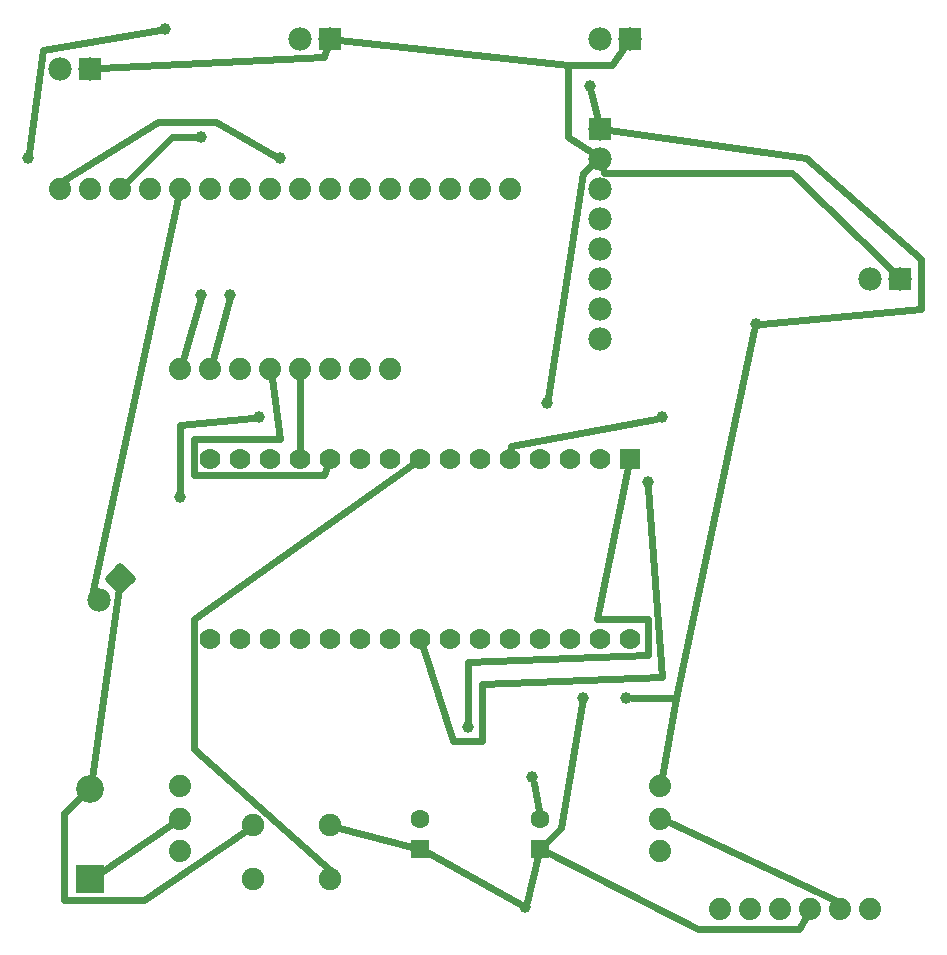
<source format=gbl>
G04 MADE WITH FRITZING*
G04 WWW.FRITZING.ORG*
G04 DOUBLE SIDED*
G04 HOLES PLATED*
G04 CONTOUR ON CENTER OF CONTOUR VECTOR*
%ASAXBY*%
%FSLAX23Y23*%
%MOIN*%
%OFA0B0*%
%SFA1.0B1.0*%
%ADD10C,0.062992*%
%ADD11C,0.075000*%
%ADD12C,0.092000*%
%ADD13C,0.078000*%
%ADD14C,0.074000*%
%ADD15C,0.070000*%
%ADD16C,0.039370*%
%ADD17R,0.062992X0.062992*%
%ADD18R,0.092000X0.092000*%
%ADD19R,0.078000X0.078000*%
%ADD20R,0.070000X0.069972*%
%ADD21C,0.024000*%
%ADD22C,0.020000*%
%LNCOPPER0*%
G90*
G70*
G54D10*
X1366Y355D03*
X1366Y453D03*
X1766Y355D03*
X1766Y453D03*
G54D11*
X810Y432D03*
X1066Y432D03*
X810Y255D03*
X1066Y255D03*
G54D12*
X266Y255D03*
X266Y555D03*
G54D13*
X2966Y2255D03*
X2866Y2255D03*
X2066Y3055D03*
X1966Y3055D03*
X1066Y3055D03*
X966Y3055D03*
X266Y2955D03*
X166Y2955D03*
X366Y1255D03*
X296Y1184D03*
G54D14*
X166Y2555D03*
X266Y2555D03*
X366Y2555D03*
X466Y2555D03*
X566Y2555D03*
X666Y2555D03*
X766Y2555D03*
X866Y2555D03*
X966Y2555D03*
X1066Y2555D03*
X1166Y2555D03*
X1266Y2555D03*
X1366Y2555D03*
X1466Y2555D03*
X1566Y2555D03*
X1666Y2555D03*
X566Y1955D03*
X666Y1955D03*
X766Y1955D03*
X866Y1955D03*
X966Y1955D03*
X1066Y1955D03*
X1166Y1955D03*
X1266Y1955D03*
G54D13*
X1966Y2755D03*
X1966Y2655D03*
X1966Y2555D03*
X1966Y2455D03*
X1966Y2355D03*
X1966Y2255D03*
X1966Y2155D03*
X1966Y2055D03*
G54D14*
X2866Y155D03*
X2766Y155D03*
X2666Y155D03*
X2566Y155D03*
X2466Y155D03*
X2366Y155D03*
G54D15*
X2066Y1655D03*
X1966Y1655D03*
X1866Y1655D03*
X1766Y1655D03*
X1666Y1655D03*
X1566Y1655D03*
X1466Y1655D03*
X1366Y1655D03*
X1266Y1655D03*
X1166Y1655D03*
X1066Y1655D03*
X966Y1655D03*
X866Y1655D03*
X766Y1655D03*
X666Y1655D03*
X2066Y1055D03*
X1966Y1055D03*
X1866Y1055D03*
X1766Y1055D03*
X1666Y1055D03*
X1566Y1055D03*
X1466Y1055D03*
X1366Y1055D03*
X1266Y1055D03*
X1166Y1055D03*
X1066Y1055D03*
X966Y1055D03*
X866Y1055D03*
X766Y1055D03*
X666Y1055D03*
G54D14*
X566Y562D03*
X566Y455D03*
X566Y348D03*
X2166Y348D03*
X2166Y455D03*
X2166Y562D03*
G54D16*
X636Y2728D03*
X1740Y592D03*
X564Y1528D03*
X828Y1792D03*
X1524Y760D03*
X2124Y1576D03*
X2172Y1792D03*
X900Y2656D03*
X1716Y160D03*
X636Y2200D03*
X1908Y856D03*
X1788Y1840D03*
X1932Y2896D03*
X2484Y2104D03*
X60Y2656D03*
X516Y3088D03*
X732Y2200D03*
X2052Y856D03*
G54D17*
X1366Y355D03*
X1766Y355D03*
G54D18*
X266Y255D03*
G54D19*
X2966Y2255D03*
X2066Y3055D03*
X1066Y3055D03*
X266Y2955D03*
X1966Y2755D03*
G54D20*
X2066Y1655D03*
G54D21*
X966Y1684D02*
X966Y1924D01*
D02*
X540Y437D02*
X297Y275D01*
D02*
X871Y1924D02*
X900Y1720D01*
X900Y1720D02*
X612Y1720D01*
X612Y1720D02*
X612Y1600D01*
X612Y1600D02*
X1044Y1600D01*
X1044Y1600D02*
X1055Y1628D01*
D02*
X2194Y442D02*
X2748Y184D01*
X2748Y184D02*
X2750Y181D01*
D02*
X560Y2524D02*
X276Y1216D01*
X276Y1216D02*
X280Y1210D01*
D02*
X388Y2577D02*
X540Y2728D01*
X540Y2728D02*
X617Y2728D01*
D02*
X1744Y573D02*
X1761Y479D01*
D02*
X564Y1547D02*
X564Y1768D01*
X564Y1768D02*
X809Y1790D01*
D02*
X2060Y1626D02*
X1956Y1120D01*
X1956Y1120D02*
X2124Y1120D01*
X2124Y1120D02*
X2124Y1000D01*
X2124Y1000D02*
X1524Y976D01*
X1524Y976D02*
X1524Y779D01*
D02*
X2125Y1557D02*
X2172Y928D01*
X2172Y928D02*
X1572Y904D01*
X1572Y904D02*
X1572Y712D01*
X1572Y712D02*
X1476Y712D01*
X1476Y712D02*
X1375Y1027D01*
D02*
X2153Y1788D02*
X1668Y1696D01*
X1668Y1696D02*
X1667Y1684D01*
D02*
X1068Y283D02*
X1068Y280D01*
X1068Y280D02*
X612Y688D01*
X612Y688D02*
X612Y1120D01*
X612Y1120D02*
X1343Y1638D01*
D02*
X180Y2583D02*
X180Y2584D01*
X180Y2584D02*
X492Y2776D01*
X492Y2776D02*
X684Y2776D01*
X684Y2776D02*
X883Y2665D01*
D02*
X1721Y178D02*
X1760Y329D01*
D02*
X1390Y342D02*
X1699Y169D01*
D02*
X1094Y425D02*
X1340Y361D01*
D02*
X239Y529D02*
X180Y472D01*
X180Y472D02*
X180Y184D01*
X180Y184D02*
X444Y184D01*
X444Y184D02*
X787Y416D01*
D02*
X362Y1225D02*
X271Y591D01*
D02*
X575Y1985D02*
X631Y2181D01*
D02*
X1905Y837D02*
X1836Y424D01*
X1836Y424D02*
X1785Y374D01*
D02*
X2651Y128D02*
X2628Y88D01*
X2628Y88D02*
X2292Y88D01*
X2292Y88D02*
X1790Y342D01*
D02*
X1943Y2636D02*
X1908Y2608D01*
X1908Y2608D02*
X1791Y1858D01*
D02*
X2049Y3030D02*
X2004Y2968D01*
X2004Y2968D02*
X1860Y2968D01*
X1860Y2968D02*
X1860Y2728D01*
X1860Y2728D02*
X1941Y2672D01*
D02*
X1096Y3051D02*
X1860Y2968D01*
D02*
X296Y2956D02*
X1044Y2992D01*
X1044Y2992D02*
X1056Y3026D01*
D02*
X2945Y2276D02*
X2604Y2608D01*
X2604Y2608D02*
X1980Y2608D01*
X1980Y2608D02*
X1975Y2626D01*
D02*
X1959Y2784D02*
X1936Y2877D01*
D02*
X2503Y2105D02*
X3036Y2152D01*
X3036Y2152D02*
X3036Y2320D01*
X3036Y2320D02*
X2652Y2656D01*
X2652Y2656D02*
X1996Y2750D01*
D02*
X63Y2675D02*
X108Y3016D01*
X108Y3016D02*
X497Y3084D01*
D02*
X674Y1985D02*
X727Y2181D01*
D02*
X2071Y856D02*
X2220Y856D01*
X2220Y856D02*
X2480Y2085D01*
D02*
X2172Y592D02*
X2220Y856D01*
G54D22*
X407Y1255D02*
X366Y1214D01*
X325Y1255D01*
X366Y1296D01*
X407Y1255D01*
D02*
G04 End of Copper0*
M02*
</source>
